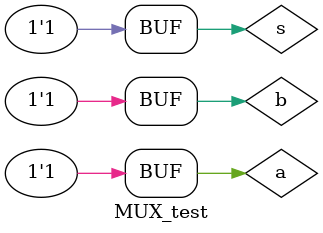
<source format=v>
`timescale 1ns / 1ps


module MUX_test;
reg a,b,s;
wire y;
MUX uut(.a(a),.b(b),.s(s),.y(y));
initial
begin
a=0;
b=0;
s=0;
#100 
a=0;
 b=0;
  s=1;
  #100
  a=0;
  b=1;
  s=0;
#100
 a=0;
 b=1;
 s=1;
#100 
a=1;
b=0;
s=0;
#100
 a=1;
 b=0;
 s=1;
#100 
a=1;
 b=1;
  s=0;
#100
 a=1;
 b=1;
  s=1;
  end
  endmodule

</source>
